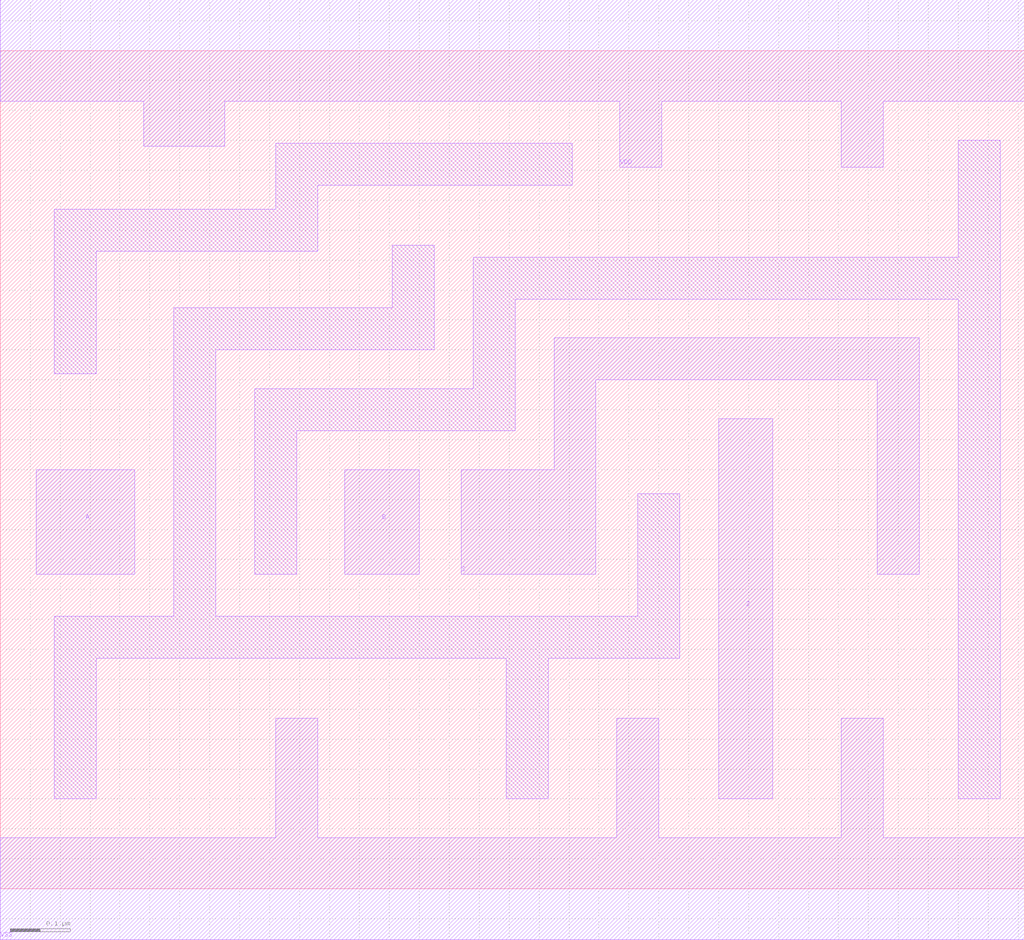
<source format=lef>
# 
# ******************************************************************************
# *                                                                            *
# *                   Copyright (C) 2004-2010, Nangate Inc.                    *
# *                           All rights reserved.                             *
# *                                                                            *
# * Nangate and the Nangate logo are trademarks of Nangate Inc.                *
# *                                                                            *
# * All trademarks, logos, software marks, and trade names (collectively the   *
# * "Marks") in this program are proprietary to Nangate or other respective    *
# * owners that have granted Nangate the right and license to use such Marks.  *
# * You are not permitted to use the Marks without the prior written consent   *
# * of Nangate or such third party that may own the Marks.                     *
# *                                                                            *
# * This file has been provided pursuant to a License Agreement containing     *
# * restrictions on its use. This file contains valuable trade secrets and     *
# * proprietary information of Nangate Inc., and is protected by U.S. and      *
# * international laws and/or treaties.                                        *
# *                                                                            *
# * The copyright notice(s) in this file does not indicate actual or intended  *
# * publication of this file.                                                  *
# *                                                                            *
# *     NGLibraryCreator, v2010.08-HR32-SP3-2010-08-05 - build 1009061800      *
# *                                                                            *
# ******************************************************************************
# 
# 
# Running on brazil06.nangate.com.br for user Giancarlo Franciscatto (gfr).
# Local time is now Fri, 3 Dec 2010, 19:32:18.
# Main process id is 27821.

VERSION 5.6 ;
BUSBITCHARS "[]" ;
DIVIDERCHAR "/" ;

MACRO MUX2_X2
  CLASS core ;
  FOREIGN MUX2_X2 0.0 0.0 ;
  ORIGIN 0 0 ;
  SYMMETRY X Y ;
  SITE FreePDK45_38x28_10R_NP_162NW_34O ;
  SIZE 1.71 BY 1.4 ;
  PIN A
    DIRECTION INPUT ;
    ANTENNAPARTIALMETALAREA 0.028875 LAYER metal1 ;
    ANTENNAPARTIALMETALSIDEAREA 0.0884 LAYER metal1 ;
    ANTENNAGATEAREA 0.05225 ;
    PORT
      LAYER metal1 ;
        POLYGON 0.06 0.525 0.225 0.525 0.225 0.7 0.06 0.7  ;
    END
  END A
  PIN B
    DIRECTION INPUT ;
    ANTENNAPARTIALMETALAREA 0.021875 LAYER metal1 ;
    ANTENNAPARTIALMETALSIDEAREA 0.078 LAYER metal1 ;
    ANTENNAGATEAREA 0.05225 ;
    PORT
      LAYER metal1 ;
        POLYGON 0.575 0.525 0.7 0.525 0.7 0.7 0.575 0.7  ;
    END
  END B
  PIN S
    DIRECTION INPUT ;
    ANTENNAPARTIALMETALAREA 0.115325 LAYER metal1 ;
    ANTENNAPARTIALMETALSIDEAREA 0.3861 LAYER metal1 ;
    ANTENNAGATEAREA 0.0785 ;
    PORT
      LAYER metal1 ;
        POLYGON 0.77 0.525 0.995 0.525 0.995 0.85 1.135 0.85 1.465 0.85 1.465 0.525 1.535 0.525 1.535 0.92 1.135 0.92 0.925 0.92 0.925 0.7 0.77 0.7  ;
    END
  END S
  PIN Z
    DIRECTION OUTPUT ;
    ANTENNAPARTIALMETALAREA 0.05715 LAYER metal1 ;
    ANTENNAPARTIALMETALSIDEAREA 0.1885 LAYER metal1 ;
    ANTENNADIFFAREA 0.1463 ;
    PORT
      LAYER metal1 ;
        POLYGON 1.2 0.15 1.29 0.15 1.29 0.785 1.2 0.785  ;
    END
  END Z
  PIN VDD
    DIRECTION INOUT ;
    USE power ;
    SHAPE ABUTMENT ;
    PORT
      LAYER metal1 ;
        POLYGON 0 1.315 0.24 1.315 0.24 1.24 0.375 1.24 0.375 1.315 0.955 1.315 1.035 1.315 1.035 1.205 1.105 1.205 1.105 1.315 1.405 1.315 1.405 1.205 1.475 1.205 1.475 1.315 1.67 1.315 1.71 1.315 1.71 1.485 1.67 1.485 0.955 1.485 0 1.485  ;
    END
  END VDD
  PIN VSS
    DIRECTION INOUT ;
    USE ground ;
    SHAPE ABUTMENT ;
    PORT
      LAYER metal1 ;
        POLYGON 0 -0.085 1.71 -0.085 1.71 0.085 1.475 0.085 1.475 0.285 1.405 0.285 1.405 0.085 1.1 0.085 1.1 0.285 1.03 0.285 1.03 0.085 0.53 0.085 0.53 0.285 0.46 0.285 0.46 0.085 0 0.085  ;
    END
  END VSS
  OBS
      LAYER metal1 ;
        POLYGON 0.09 0.86 0.16 0.86 0.16 1.065 0.53 1.065 0.53 1.175 0.955 1.175 0.955 1.245 0.46 1.245 0.46 1.135 0.09 1.135  ;
        POLYGON 0.09 0.15 0.16 0.15 0.16 0.385 0.845 0.385 0.845 0.15 0.915 0.15 0.915 0.385 1.135 0.385 1.135 0.66 1.065 0.66 1.065 0.455 0.36 0.455 0.36 0.9 0.725 0.9 0.725 1.075 0.655 1.075 0.655 0.97 0.29 0.97 0.29 0.455 0.09 0.455  ;
        POLYGON 0.425 0.525 0.495 0.525 0.495 0.765 0.86 0.765 0.86 0.985 1.6 0.985 1.6 0.15 1.67 0.15 1.67 1.25 1.6 1.25 1.6 1.055 0.79 1.055 0.79 0.835 0.425 0.835  ;
  END
END MUX2_X2

END LIBRARY
#
# End of file
#

</source>
